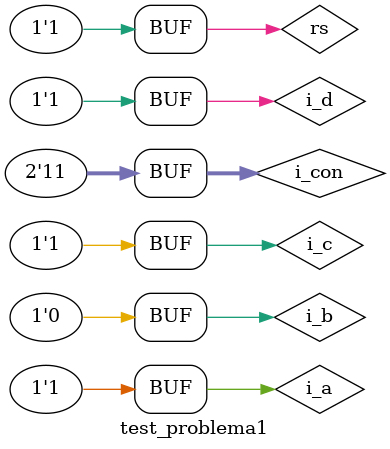
<source format=v>
`timescale 1ns / 1ps


module test_problema1;

	// Inputs
	reg i_a;
	reg i_b;
	reg i_c;
	reg i_d;
	reg rs;
	reg [0:1] i_con;

	// Outputs
	wire o_y;

	// Instantiate the Unit Under Test (UUT)
	problema1 uut (
		.i_a(i_a), 
		.i_b(i_b), 
		.i_c(i_c), 
		.i_d(i_d), 
		.i_con(i_con), 
		.rs(rs),
		.o_y(o_y)
	);

	initial begin
		// Initialize Inputs
		i_a = 1;
		i_b = 0;
		i_c = 1;
		i_d = 1;
		rs = 0;
		
		i_con = 00;

		// Wait 100 ns for global reset to finish
		#100;
		
		i_con = 01;

		// Wait 100 ns for global reset to finish
		#100;
		
		i_con = 10;

		// Wait 100 ns for global reset to finish
		#100;
		
		i_con = 11;

		// Wait 100 ns for global reset to finish
		#100;
		
		
		rs = 1;
		
		i_con = 00;

		// Wait 100 ns for global reset to finish
		#100;
		
		i_con = 01;

		// Wait 100 ns for global reset to finish
		#100;
		
		i_con = 10;

		// Wait 100 ns for global reset to finish
		#100;
		
		i_con = 11;

		// Wait 100 ns for global reset to finish
		#100;

        
		// Add stimulus here

	end
      
endmodule


</source>
